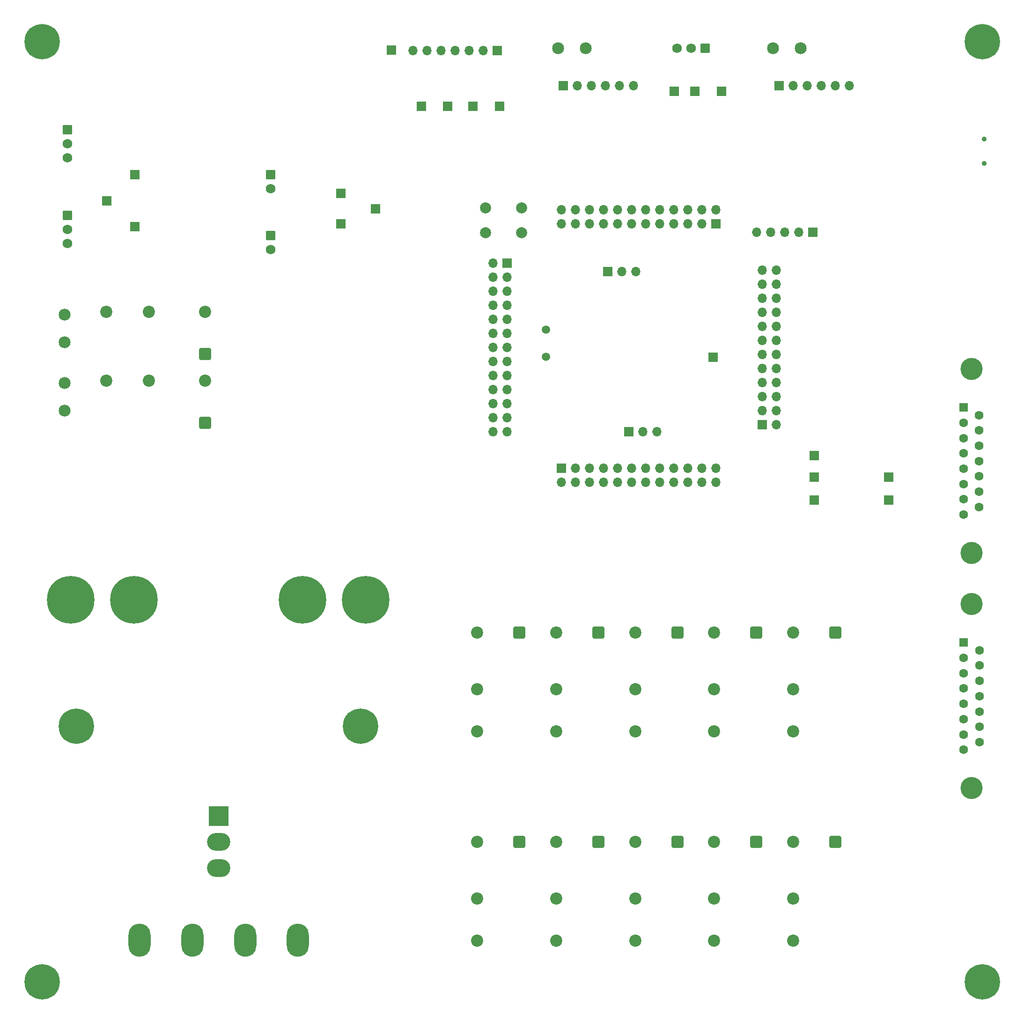
<source format=gbr>
%TF.GenerationSoftware,KiCad,Pcbnew,8.0.7*%
%TF.CreationDate,2025-04-17T15:34:13+07:00*%
%TF.ProjectId,Tractor VCU,54726163-746f-4722-9056-43552e6b6963,rev?*%
%TF.SameCoordinates,Original*%
%TF.FileFunction,Soldermask,Bot*%
%TF.FilePolarity,Negative*%
%FSLAX46Y46*%
G04 Gerber Fmt 4.6, Leading zero omitted, Abs format (unit mm)*
G04 Created by KiCad (PCBNEW 8.0.7) date 2025-04-17 15:34:13*
%MOMM*%
%LPD*%
G01*
G04 APERTURE LIST*
G04 Aperture macros list*
%AMRoundRect*
0 Rectangle with rounded corners*
0 $1 Rounding radius*
0 $2 $3 $4 $5 $6 $7 $8 $9 X,Y pos of 4 corners*
0 Add a 4 corners polygon primitive as box body*
4,1,4,$2,$3,$4,$5,$6,$7,$8,$9,$2,$3,0*
0 Add four circle primitives for the rounded corners*
1,1,$1+$1,$2,$3*
1,1,$1+$1,$4,$5*
1,1,$1+$1,$6,$7*
1,1,$1+$1,$8,$9*
0 Add four rect primitives between the rounded corners*
20,1,$1+$1,$2,$3,$4,$5,0*
20,1,$1+$1,$4,$5,$6,$7,0*
20,1,$1+$1,$6,$7,$8,$9,0*
20,1,$1+$1,$8,$9,$2,$3,0*%
G04 Aperture macros list end*
%ADD10RoundRect,0.341000X-0.759000X0.759000X-0.759000X-0.759000X0.759000X-0.759000X0.759000X0.759000X0*%
%ADD11C,2.200000*%
%ADD12R,1.700000X1.700000*%
%ADD13C,0.800000*%
%ADD14C,6.400000*%
%ADD15C,2.154000*%
%ADD16O,1.700000X1.700000*%
%ADD17C,4.000000*%
%ADD18R,1.600000X1.600000*%
%ADD19C,1.600000*%
%ADD20C,4.700000*%
%ADD21C,8.600000*%
%ADD22RoundRect,0.341000X0.759000X0.759000X-0.759000X0.759000X-0.759000X-0.759000X0.759000X-0.759000X0*%
%ADD23O,4.000000X6.000000*%
%ADD24RoundRect,0.250000X-0.620000X0.620000X-0.620000X-0.620000X0.620000X-0.620000X0.620000X0.620000X0*%
%ADD25C,1.740000*%
%ADD26C,1.500000*%
%ADD27C,2.000000*%
%ADD28C,3.600000*%
%ADD29RoundRect,0.250000X0.620000X0.620000X-0.620000X0.620000X-0.620000X-0.620000X0.620000X-0.620000X0*%
%ADD30C,0.900000*%
%ADD31RoundRect,0.102000X-1.700000X1.700000X-1.700000X-1.700000X1.700000X-1.700000X1.700000X1.700000X0*%
%ADD32O,4.204000X3.204000*%
G04 APERTURE END LIST*
D10*
%TO.C,K10*%
X255285000Y-208271574D03*
D11*
X247685000Y-208271574D03*
X247685000Y-218471574D03*
X247685000Y-226171574D03*
%TD*%
D12*
%TO.C,TP12*%
X251460000Y-146431000D03*
%TD*%
D10*
%TO.C,K8*%
X226710000Y-208272000D03*
D11*
X219110000Y-208272000D03*
X219110000Y-218472000D03*
X219110000Y-226172000D03*
%TD*%
D10*
%TO.C,K5*%
X255285000Y-170426000D03*
D11*
X247685000Y-170426000D03*
X247685000Y-180626000D03*
X247685000Y-188326000D03*
%TD*%
D10*
%TO.C,K6*%
X198135000Y-208272000D03*
D11*
X190535000Y-208272000D03*
X190535000Y-218472000D03*
X190535000Y-226172000D03*
%TD*%
D13*
%TO.C,H6*%
X109450000Y-233590000D03*
X110152944Y-231892944D03*
X110152944Y-235287056D03*
X111850000Y-231190000D03*
D14*
X111850000Y-233590000D03*
D13*
X111850000Y-235990000D03*
X113547056Y-231892944D03*
X113547056Y-235287056D03*
X114250000Y-233590000D03*
%TD*%
D12*
%TO.C,TP22*%
X172106041Y-93787210D03*
%TD*%
D15*
%TO.C,J16*%
X244007000Y-64766000D03*
X249007000Y-64766000D03*
%TD*%
D12*
%TO.C,TP14*%
X264922000Y-146431000D03*
%TD*%
D13*
%TO.C,H5*%
X109450000Y-63590000D03*
X110152944Y-61892944D03*
X110152944Y-65287056D03*
X111850000Y-61190000D03*
D14*
X111850000Y-63590000D03*
D13*
X111850000Y-65990000D03*
X113547056Y-61892944D03*
X113547056Y-65287056D03*
X114250000Y-63590000D03*
%TD*%
D12*
%TO.C,TP8*%
X180467000Y-75242000D03*
%TD*%
%TO.C,J17*%
X194163000Y-65151000D03*
D16*
X191623000Y-65151000D03*
X189083000Y-65151000D03*
X186543000Y-65151000D03*
X184003000Y-65151000D03*
X181463000Y-65151000D03*
X178923000Y-65151000D03*
%TD*%
D17*
%TO.C,J9*%
X279885000Y-156053000D03*
X279885000Y-122753000D03*
D18*
X278465000Y-129708000D03*
D19*
X278465000Y-132478000D03*
X278465000Y-135248000D03*
X278465000Y-138018000D03*
X278465000Y-140788000D03*
X278465000Y-143558000D03*
X278465000Y-146328000D03*
X278465000Y-149098000D03*
X281305000Y-131093000D03*
X281305000Y-133863000D03*
X281305000Y-136633000D03*
X281305000Y-139403000D03*
X281305000Y-142173000D03*
X281305000Y-144943000D03*
X281305000Y-147713000D03*
%TD*%
D12*
%TO.C,J6*%
X233680000Y-96520000D03*
D16*
X233680000Y-93980000D03*
X231140000Y-96520000D03*
X231140000Y-93980000D03*
X228600000Y-96520000D03*
X228600000Y-93980000D03*
X226060000Y-96520000D03*
X226060000Y-93980000D03*
X223520000Y-96520000D03*
X223520000Y-93980000D03*
X220980000Y-96520000D03*
X220980000Y-93980000D03*
X218440000Y-96520000D03*
X218440000Y-93980000D03*
X215900000Y-96520000D03*
X215900000Y-93980000D03*
X213360000Y-96520000D03*
X213360000Y-93980000D03*
X210820000Y-96520000D03*
X210820000Y-93980000D03*
X208280000Y-96520000D03*
X208280000Y-93980000D03*
X205740000Y-96520000D03*
X205740000Y-93980000D03*
%TD*%
D10*
%TO.C,K4*%
X240997500Y-170426000D03*
D11*
X233397500Y-170426000D03*
X233397500Y-180626000D03*
X233397500Y-188326000D03*
%TD*%
D12*
%TO.C,TP23*%
X251460000Y-138430000D03*
%TD*%
%TO.C,TP5*%
X194602442Y-75242000D03*
%TD*%
D20*
%TO.C,MP2*%
X158958000Y-164465000D03*
D21*
X158958000Y-164465000D03*
%TD*%
D15*
%TO.C,J15*%
X205145000Y-64766000D03*
X210145000Y-64766000D03*
%TD*%
D12*
%TO.C,JP1*%
X214122000Y-105156000D03*
D16*
X216662000Y-105156000D03*
X219202000Y-105156000D03*
%TD*%
D12*
%TO.C,TP13*%
X264922000Y-142279000D03*
%TD*%
D22*
%TO.C,K12*%
X141359000Y-132476000D03*
D11*
X141359000Y-124876000D03*
X131159000Y-124876000D03*
X123459000Y-124876000D03*
%TD*%
D23*
%TO.C,J21*%
X129512000Y-226060000D03*
X139042000Y-226060000D03*
X148582000Y-226060000D03*
X158112000Y-226060000D03*
%TD*%
D24*
%TO.C,J19*%
X116459000Y-79478498D03*
D25*
X116459000Y-82018498D03*
X116459000Y-84558498D03*
%TD*%
D24*
%TO.C,J12*%
X153150000Y-98630002D03*
D25*
X153150000Y-101170002D03*
%TD*%
D12*
%TO.C,TP6*%
X189763628Y-75242000D03*
%TD*%
D10*
%TO.C,K3*%
X226710000Y-170426000D03*
D11*
X219110000Y-170426000D03*
X219110000Y-180626000D03*
X219110000Y-188326000D03*
%TD*%
D24*
%TO.C,J11*%
X153150000Y-87630000D03*
D25*
X153150000Y-90170000D03*
%TD*%
D10*
%TO.C,K2*%
X212422500Y-170426000D03*
D11*
X204822500Y-170426000D03*
X204822500Y-180626000D03*
X204822500Y-188326000D03*
%TD*%
D26*
%TO.C,Y1*%
X202946000Y-120560000D03*
X202946000Y-115680000D03*
%TD*%
D12*
%TO.C,TP10*%
X226187000Y-72547000D03*
%TD*%
D27*
%TO.C,SW1*%
X192076000Y-93635000D03*
X198576000Y-93635000D03*
X192076000Y-98135000D03*
X198576000Y-98135000D03*
%TD*%
D28*
%TO.C,H1*%
X118017999Y-187325000D03*
D14*
X118017999Y-187325000D03*
%TD*%
D12*
%TO.C,TP9*%
X229870000Y-72547000D03*
%TD*%
%TO.C,J3*%
X195961000Y-103647000D03*
D16*
X193421000Y-103647000D03*
X195961000Y-106187000D03*
X193421000Y-106187000D03*
X195961000Y-108727000D03*
X193421000Y-108727000D03*
X195961000Y-111267000D03*
X193421000Y-111267000D03*
X195961000Y-113807000D03*
X193421000Y-113807000D03*
X195961000Y-116347000D03*
X193421000Y-116347000D03*
X195961000Y-118887000D03*
X193421000Y-118887000D03*
X195961000Y-121427000D03*
X193421000Y-121427000D03*
X195961000Y-123967000D03*
X193421000Y-123967000D03*
X195961000Y-126507000D03*
X193421000Y-126507000D03*
X195961000Y-129047000D03*
X193421000Y-129047000D03*
X195961000Y-131587000D03*
X193421000Y-131587000D03*
X195961000Y-134127000D03*
X193421000Y-134127000D03*
%TD*%
D20*
%TO.C,MP3*%
X128478000Y-164465000D03*
D21*
X128478000Y-164465000D03*
%TD*%
D24*
%TO.C,J20*%
X116459000Y-94996000D03*
D25*
X116459000Y-97536000D03*
X116459000Y-100076000D03*
%TD*%
D12*
%TO.C,TP16*%
X128631599Y-97051499D03*
%TD*%
%TO.C,J2*%
X251205999Y-98044000D03*
D16*
X248665999Y-98044000D03*
X246125999Y-98044000D03*
X243585999Y-98044000D03*
X241045999Y-98044000D03*
%TD*%
D20*
%TO.C,MP4*%
X117048000Y-164465000D03*
D21*
X117048000Y-164465000D03*
%TD*%
D12*
%TO.C,J14*%
X245105000Y-71553500D03*
D16*
X247645000Y-71553500D03*
X250185000Y-71553500D03*
X252725000Y-71553500D03*
X255265000Y-71553500D03*
X257805000Y-71553500D03*
%TD*%
D12*
%TO.C,TP15*%
X128631599Y-87573006D03*
%TD*%
D20*
%TO.C,MP1*%
X170388000Y-164464998D03*
D21*
X170388000Y-164464998D03*
%TD*%
D12*
%TO.C,TP18*%
X165850000Y-96520001D03*
%TD*%
D22*
%TO.C,K11*%
X141338000Y-120030000D03*
D11*
X141338000Y-112430000D03*
X131138000Y-112430000D03*
X123438000Y-112430000D03*
%TD*%
D29*
%TO.C,J18*%
X231775000Y-64770000D03*
D25*
X229235000Y-64770000D03*
X226695000Y-64770000D03*
%TD*%
D17*
%TO.C,J10*%
X279900331Y-198567000D03*
X279900331Y-165267000D03*
D18*
X278480331Y-172222000D03*
D19*
X278480331Y-174992000D03*
X278480331Y-177762000D03*
X278480331Y-180532000D03*
X278480331Y-183302000D03*
X278480331Y-186072000D03*
X278480331Y-188842000D03*
X278480331Y-191612000D03*
X281320331Y-173607000D03*
X281320331Y-176377000D03*
X281320331Y-179147000D03*
X281320331Y-181917000D03*
X281320331Y-184687000D03*
X281320331Y-187457000D03*
X281320331Y-190227000D03*
%TD*%
D10*
%TO.C,K1*%
X198135000Y-170426000D03*
D11*
X190535000Y-170426000D03*
X190535000Y-180626000D03*
X190535000Y-188326000D03*
%TD*%
D28*
%TO.C,H2*%
X169418000Y-187325000D03*
D14*
X169418000Y-187325000D03*
%TD*%
D30*
%TO.C,J1*%
X282194000Y-85598000D03*
X282194000Y-81198000D03*
%TD*%
D13*
%TO.C,H3*%
X279450000Y-233590000D03*
X280152944Y-231892944D03*
X280152944Y-235287056D03*
X281850000Y-231190000D03*
D14*
X281850000Y-233590000D03*
D13*
X281850000Y-235990000D03*
X283547056Y-231892944D03*
X283547056Y-235287056D03*
X284250000Y-233590000D03*
%TD*%
D12*
%TO.C,TP7*%
X185166000Y-75242000D03*
%TD*%
%TO.C,TP17*%
X165850000Y-91010003D03*
%TD*%
D10*
%TO.C,K9*%
X240997500Y-208272000D03*
D11*
X233397500Y-208272000D03*
X233397500Y-218472000D03*
X233397500Y-226172000D03*
%TD*%
D12*
%TO.C,TP20*%
X175006000Y-65126000D03*
%TD*%
%TO.C,J13*%
X206121000Y-71553500D03*
D16*
X208661000Y-71553500D03*
X211201000Y-71553500D03*
X213741000Y-71553500D03*
X216281000Y-71553500D03*
X218821000Y-71553500D03*
%TD*%
D12*
%TO.C,JP2*%
X217909500Y-134112000D03*
D16*
X220449500Y-134112000D03*
X222989500Y-134112000D03*
%TD*%
D31*
%TO.C,SW2*%
X143764000Y-203580000D03*
D32*
X143764000Y-208280000D03*
X143764000Y-212980000D03*
%TD*%
D15*
%TO.C,J7*%
X115951000Y-117903000D03*
X115951000Y-112903000D03*
%TD*%
D13*
%TO.C,H4*%
X279450000Y-63590000D03*
X280152944Y-61892944D03*
X280152944Y-65287056D03*
X281850000Y-61190000D03*
D14*
X281850000Y-63590000D03*
D13*
X281850000Y-65990000D03*
X283547056Y-61892944D03*
X283547056Y-65287056D03*
X284250000Y-63590000D03*
%TD*%
D10*
%TO.C,K7*%
X212422500Y-208272000D03*
D11*
X204822500Y-208272000D03*
X204822500Y-218472000D03*
X204822500Y-226172000D03*
%TD*%
D15*
%TO.C,J8*%
X115951000Y-130266500D03*
X115951000Y-125266500D03*
%TD*%
D12*
%TO.C,TP21*%
X234696000Y-72547000D03*
%TD*%
%TO.C,J4*%
X205780000Y-140716000D03*
D16*
X205780000Y-143256000D03*
X208320000Y-140716000D03*
X208320000Y-143256000D03*
X210860000Y-140716000D03*
X210860000Y-143256000D03*
X213400000Y-140716000D03*
X213400000Y-143256000D03*
X215940000Y-140716000D03*
X215940000Y-143256000D03*
X218480000Y-140716000D03*
X218480000Y-143256000D03*
X221020000Y-140716000D03*
X221020000Y-143256000D03*
X223560000Y-140716000D03*
X223560000Y-143256000D03*
X226100000Y-140716000D03*
X226100000Y-143256000D03*
X228640000Y-140716000D03*
X228640000Y-143256000D03*
X231180000Y-140716000D03*
X231180000Y-143256000D03*
X233720000Y-140716000D03*
X233720000Y-143256000D03*
%TD*%
D12*
%TO.C,TP11*%
X251460000Y-142279000D03*
%TD*%
%TO.C,TP19*%
X123571000Y-92329000D03*
%TD*%
%TO.C,TP4*%
X233172000Y-120650000D03*
%TD*%
%TO.C,J5*%
X242042000Y-132822000D03*
D16*
X244582000Y-132822000D03*
X242042000Y-130282000D03*
X244582000Y-130282000D03*
X242042000Y-127742000D03*
X244582000Y-127742000D03*
X242042000Y-125202000D03*
X244582000Y-125202000D03*
X242042000Y-122662000D03*
X244582000Y-122662000D03*
X242042000Y-120122000D03*
X244582000Y-120122000D03*
X242042000Y-117582000D03*
X244582000Y-117582000D03*
X242042000Y-115042000D03*
X244582000Y-115042000D03*
X242042000Y-112502000D03*
X244582000Y-112502000D03*
X242042000Y-109962000D03*
X244582000Y-109962000D03*
X242042000Y-107422000D03*
X244582000Y-107422000D03*
X242042000Y-104882000D03*
X244582000Y-104882000D03*
%TD*%
M02*

</source>
